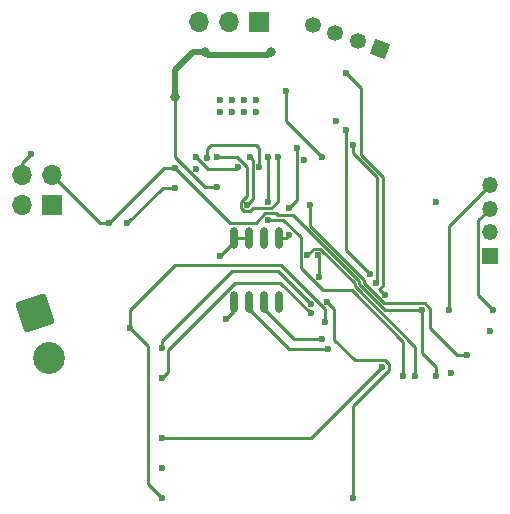
<source format=gbr>
%TF.GenerationSoftware,KiCad,Pcbnew,8.0.4*%
%TF.CreationDate,2025-06-19T10:42:22-04:00*%
%TF.ProjectId,foc_pcb,666f635f-7063-4622-9e6b-696361645f70,2.0*%
%TF.SameCoordinates,Original*%
%TF.FileFunction,Copper,L4,Bot*%
%TF.FilePolarity,Positive*%
%FSLAX46Y46*%
G04 Gerber Fmt 4.6, Leading zero omitted, Abs format (unit mm)*
G04 Created by KiCad (PCBNEW 8.0.4) date 2025-06-19 10:42:22*
%MOMM*%
%LPD*%
G01*
G04 APERTURE LIST*
G04 Aperture macros list*
%AMRoundRect*
0 Rectangle with rounded corners*
0 $1 Rounding radius*
0 $2 $3 $4 $5 $6 $7 $8 $9 X,Y pos of 4 corners*
0 Add a 4 corners polygon primitive as box body*
4,1,4,$2,$3,$4,$5,$6,$7,$8,$9,$2,$3,0*
0 Add four circle primitives for the rounded corners*
1,1,$1+$1,$2,$3*
1,1,$1+$1,$4,$5*
1,1,$1+$1,$6,$7*
1,1,$1+$1,$8,$9*
0 Add four rect primitives between the rounded corners*
20,1,$1+$1,$2,$3,$4,$5,0*
20,1,$1+$1,$4,$5,$6,$7,0*
20,1,$1+$1,$6,$7,$8,$9,0*
20,1,$1+$1,$8,$9,$2,$3,0*%
%AMHorizOval*
0 Thick line with rounded ends*
0 $1 width*
0 $2 $3 position (X,Y) of the first rounded end (center of the circle)*
0 $4 $5 position (X,Y) of the second rounded end (center of the circle)*
0 Add line between two ends*
20,1,$1,$2,$3,$4,$5,0*
0 Add two circle primitives to create the rounded ends*
1,1,$1,$2,$3*
1,1,$1,$4,$5*%
%AMRotRect*
0 Rectangle, with rotation*
0 The origin of the aperture is its center*
0 $1 length*
0 $2 width*
0 $3 Rotation angle, in degrees counterclockwise*
0 Add horizontal line*
21,1,$1,$2,0,0,$3*%
G04 Aperture macros list end*
%TA.AperFunction,ComponentPad*%
%ADD10RoundRect,0.250001X-1.386080X0.706243X-0.706243X-1.386080X1.386080X-0.706243X0.706243X1.386080X0*%
%TD*%
%TA.AperFunction,ComponentPad*%
%ADD11C,2.700000*%
%TD*%
%TA.AperFunction,ComponentPad*%
%ADD12R,1.700000X1.700000*%
%TD*%
%TA.AperFunction,ComponentPad*%
%ADD13O,1.700000X1.700000*%
%TD*%
%TA.AperFunction,ComponentPad*%
%ADD14R,1.350000X1.350000*%
%TD*%
%TA.AperFunction,ComponentPad*%
%ADD15O,1.350000X1.350000*%
%TD*%
%TA.AperFunction,ComponentPad*%
%ADD16RotRect,1.350000X1.350000X250.000000*%
%TD*%
%TA.AperFunction,ComponentPad*%
%ADD17HorizOval,1.350000X0.000000X0.000000X0.000000X0.000000X0*%
%TD*%
%TA.AperFunction,SMDPad,CuDef*%
%ADD18O,0.630000X1.865000*%
%TD*%
%TA.AperFunction,ViaPad*%
%ADD19C,0.600000*%
%TD*%
%TA.AperFunction,ViaPad*%
%ADD20C,0.800000*%
%TD*%
%TA.AperFunction,Conductor*%
%ADD21C,0.250000*%
%TD*%
%TA.AperFunction,Conductor*%
%ADD22C,0.525000*%
%TD*%
G04 APERTURE END LIST*
D10*
%TO.P,J2,1,Pin_1*%
%TO.N,GND*%
X293162292Y-154983815D03*
D11*
%TO.P,J2,2,Pin_2*%
%TO.N,VCC*%
X294386000Y-158750000D03*
%TD*%
D12*
%TO.P,J1,1,Pin_1*%
%TO.N,/out1*%
X312166000Y-130302000D03*
D13*
%TO.P,J1,2,Pin_2*%
%TO.N,/out2*%
X309626001Y-130302000D03*
%TO.P,J1,3,Pin_3*%
%TO.N,/out3*%
X307086001Y-130302000D03*
%TD*%
D14*
%TO.P,J4,1,Pin_1*%
%TO.N,GND*%
X331724000Y-150114000D03*
D15*
%TO.P,J4,2,Pin_2*%
%TO.N,+3.3V*%
X331724000Y-148113999D03*
%TO.P,J4,3,Pin_3*%
%TO.N,/sda*%
X331724000Y-146114000D03*
%TO.P,J4,4,Pin_4*%
%TO.N,/scl*%
X331724000Y-144114000D03*
%TD*%
D16*
%TO.P,J5,1,Pin_1*%
%TO.N,GND*%
X322376156Y-132608121D03*
D17*
%TO.P,J5,2,Pin_2*%
%TO.N,unconnected-(J5-Pin_2-Pad2)*%
X320496771Y-131924081D03*
%TO.P,J5,3,Pin_3*%
%TO.N,/esp_sda*%
X318617386Y-131240039D03*
%TO.P,J5,4,Pin_4*%
%TO.N,/esp_scl*%
X316738000Y-130556000D03*
%TD*%
D12*
%TO.P,J3,1,Pin_1*%
%TO.N,GND*%
X294640000Y-145796000D03*
D13*
%TO.P,J3,2,Pin_2*%
X292100000Y-145796000D03*
%TO.P,J3,3,Pin_3*%
%TO.N,+5V*%
X294640000Y-143256000D03*
%TO.P,J3,4,Pin_4*%
%TO.N,+3.3V*%
X292100000Y-143256000D03*
%TD*%
D18*
%TO.P,U2,1,VDD*%
%TO.N,+3.3V*%
X310035034Y-148624145D03*
%TO.P,U2,2,MODE*%
X311305034Y-148624145D03*
%TO.P,U2,3,OUT*%
%TO.N,/analog_out*%
X312575034Y-148624145D03*
%TO.P,U2,4,GND*%
%TO.N,GND*%
X313845034Y-148624145D03*
%TO.P,U2,5,PUSH*%
%TO.N,unconnected-(U2-PUSH-Pad5)*%
X313845034Y-153989145D03*
%TO.P,U2,6,A*%
%TO.N,/sda*%
X312575034Y-153989145D03*
%TO.P,U2,7,B*%
%TO.N,/scl*%
X311305034Y-153989145D03*
%TO.P,U2,8,Z*%
%TO.N,+3.3V*%
X310035034Y-153989145D03*
%TD*%
D19*
%TO.N,GND*%
X331724000Y-156464000D03*
X315976000Y-141986000D03*
X311912000Y-136906000D03*
X308864000Y-137922000D03*
X310896000Y-136906000D03*
X306832000Y-142748000D03*
X309880000Y-137922000D03*
X314706000Y-148336000D03*
X310896000Y-137922000D03*
X303910517Y-168089833D03*
X309880000Y-136906000D03*
X308864000Y-136906000D03*
X327152000Y-145542000D03*
X311912000Y-137922000D03*
%TO.N,+3.3V*%
X309372000Y-155448000D03*
X318707000Y-138684000D03*
X292862000Y-141478000D03*
X328422000Y-160020000D03*
X308864000Y-150114000D03*
D20*
%TO.N,VCC*%
X305054000Y-136652000D03*
X307594000Y-132842000D03*
D19*
X308610000Y-144272000D03*
D20*
X313182000Y-132842000D03*
D19*
%TO.N,Net-(U1-VCP)*%
X317500000Y-141732000D03*
X314452000Y-136144000D03*
%TO.N,+5V*%
X325936903Y-154686336D03*
X299466000Y-147320000D03*
X327152000Y-160274000D03*
X305054000Y-142685000D03*
%TO.N,/v3p3*%
X329783903Y-158496618D03*
X316484000Y-145796000D03*
%TO.N,Net-(JP2-A)*%
X303973727Y-170635947D03*
X317754000Y-155702000D03*
X301244000Y-156210000D03*
%TO.N,Net-(JP3-A)*%
X303910517Y-165549833D03*
X322580000Y-159512000D03*
%TO.N,/sda*%
X317453299Y-157155948D03*
X331978000Y-154686000D03*
%TO.N,/scl*%
X328242000Y-154686000D03*
X318008000Y-157988000D03*
%TO.N,/nSlp*%
X307722741Y-141842095D03*
X312166000Y-142635000D03*
%TO.N,/fault*%
X313732478Y-141744677D03*
X308560481Y-141785001D03*
%TO.N,/nRes*%
X306832000Y-141732000D03*
X310388000Y-142635000D03*
%TO.N,/esp_sda*%
X303910517Y-160469833D03*
X322072000Y-152400000D03*
X320084000Y-140716000D03*
X316528000Y-154978003D03*
%TO.N,/esp_scl*%
X321564000Y-151638000D03*
X316528000Y-154178000D03*
X303910517Y-157929833D03*
X319532000Y-139446000D03*
%TO.N,/en*%
X320075517Y-170629833D03*
X319532000Y-134620000D03*
X322834000Y-153416000D03*
X317921647Y-154010353D03*
%TO.N,/in1*%
X315377500Y-140970000D03*
X317111881Y-150074001D03*
X314706000Y-146050000D03*
X317246000Y-151892000D03*
%TO.N,/in2*%
X312928000Y-145542000D03*
X312928000Y-141732000D03*
X325374000Y-160274000D03*
X316239323Y-150074000D03*
%TO.N,/in3*%
X324358000Y-160274000D03*
X311404000Y-141732000D03*
X311150000Y-145796000D03*
X312928000Y-147066000D03*
%TO.N,Net-(VR1-ADJUSTMENT)*%
X305054000Y-144335000D03*
X300966000Y-147352000D03*
%TD*%
D21*
%TO.N,GND*%
X313845034Y-148624145D02*
X314417855Y-148624145D01*
X314417855Y-148624145D02*
X314706000Y-148336000D01*
%TO.N,+3.3V*%
X310035034Y-148624145D02*
X311305034Y-148624145D01*
X292100000Y-143256000D02*
X292100000Y-142240000D01*
X292100000Y-142240000D02*
X292862000Y-141478000D01*
X310035034Y-153989145D02*
X310035034Y-154784966D01*
X308864000Y-150114000D02*
X310035034Y-148942966D01*
X310035034Y-154784966D02*
X309372000Y-155448000D01*
X310035034Y-148942966D02*
X310035034Y-148624145D01*
%TO.N,VCC*%
X308610000Y-144272000D02*
X307575354Y-144272000D01*
D22*
X307594000Y-132842000D02*
X307848000Y-133096000D01*
X306578000Y-132842000D02*
X305054000Y-134366000D01*
X307848000Y-133096000D02*
X312928000Y-133096000D01*
D21*
X307575354Y-144272000D02*
X305054000Y-141750646D01*
D22*
X312928000Y-133096000D02*
X313182000Y-132842000D01*
D21*
X305054000Y-141750646D02*
X305054000Y-136652000D01*
D22*
X305054000Y-134366000D02*
X305054000Y-136652000D01*
X307594000Y-132842000D02*
X306578000Y-132842000D01*
D21*
%TO.N,Net-(U1-VCP)*%
X314452000Y-138684000D02*
X314452000Y-136144000D01*
X317500000Y-141732000D02*
X314452000Y-138684000D01*
%TO.N,+5V*%
X322790531Y-154686336D02*
X320635000Y-152530805D01*
X299466000Y-147320000D02*
X298704000Y-147320000D01*
X313576646Y-146514000D02*
X312699354Y-146514000D01*
X325936903Y-154686336D02*
X322790531Y-154686336D01*
X313751646Y-146689000D02*
X313576646Y-146514000D01*
X325936903Y-158315549D02*
X325936903Y-154686336D01*
X311893354Y-147320000D02*
X309689000Y-147320000D01*
X320635000Y-152530805D02*
X320635000Y-152283316D01*
X315040684Y-146689000D02*
X313751646Y-146689000D01*
X298704000Y-147320000D02*
X294640000Y-143256000D01*
X312699354Y-146514000D02*
X311893354Y-147320000D01*
X309689000Y-147320000D02*
X305054000Y-142685000D01*
X320635000Y-152283316D02*
X315040684Y-146689000D01*
X327152000Y-160274000D02*
X327152000Y-159530646D01*
X304101000Y-142685000D02*
X305054000Y-142685000D01*
X327152000Y-159530646D02*
X325936903Y-158315549D01*
X299466000Y-147320000D02*
X304101000Y-142685000D01*
%TO.N,/v3p3*%
X329783903Y-158496618D02*
X328930618Y-158496618D01*
X326165549Y-154134336D02*
X322771690Y-154134336D01*
X316484000Y-147599158D02*
X316484000Y-145796000D01*
X326644000Y-156210000D02*
X326644000Y-154612787D01*
X322771690Y-154134336D02*
X321012000Y-152374646D01*
X321012000Y-152374646D02*
X321012000Y-152127158D01*
X328930618Y-158496618D02*
X326644000Y-156210000D01*
X326644000Y-154612787D02*
X326165549Y-154134336D01*
X321012000Y-152127158D02*
X316484000Y-147599158D01*
%TO.N,Net-(JP2-A)*%
X317754000Y-155702000D02*
X317754000Y-154623354D01*
X314006646Y-150876000D02*
X305054000Y-150876000D01*
X305054000Y-150876000D02*
X301244000Y-154686000D01*
X317754000Y-154623354D02*
X314006646Y-150876000D01*
X301244000Y-154686000D02*
X301244000Y-156210000D01*
X303973727Y-170635947D02*
X302768000Y-169430220D01*
X302768000Y-157734000D02*
X301244000Y-156210000D01*
X302768000Y-169430220D02*
X302768000Y-157734000D01*
%TO.N,Net-(JP3-A)*%
X322580000Y-159512000D02*
X316542167Y-165549833D01*
X316542167Y-165549833D02*
X303910517Y-165549833D01*
%TO.N,/sda*%
X312575034Y-154606645D02*
X315124337Y-157155948D01*
X312575034Y-153989145D02*
X312575034Y-154606645D01*
X331724000Y-146114000D02*
X330724000Y-147114000D01*
X330724000Y-153432000D02*
X331978000Y-154686000D01*
X315124337Y-157155948D02*
X317453299Y-157155948D01*
X330724000Y-147114000D02*
X330724000Y-153432000D01*
%TO.N,/scl*%
X328242000Y-147596000D02*
X328242000Y-154686000D01*
X314686389Y-157988000D02*
X318008000Y-157988000D01*
X311305034Y-154606645D02*
X314686389Y-157988000D01*
X331724000Y-144114000D02*
X328242000Y-147596000D01*
X311305034Y-153989145D02*
X311305034Y-154606645D01*
%TO.N,/nSlp*%
X307722741Y-141095259D02*
X308102000Y-140716000D01*
X311912000Y-140716000D02*
X312166000Y-140970000D01*
X312166000Y-140970000D02*
X312166000Y-142635000D01*
X307722741Y-141842095D02*
X307722741Y-141095259D01*
X308102000Y-140716000D02*
X311912000Y-140716000D01*
%TO.N,/fault*%
X310598000Y-146024646D02*
X310598000Y-145567354D01*
X311150000Y-145015354D02*
X311150000Y-142616354D01*
X311632646Y-146094000D02*
X311378646Y-146348000D01*
X313732478Y-145518168D02*
X313156646Y-146094000D01*
X310318647Y-141785001D02*
X308560481Y-141785001D01*
X313732478Y-141744677D02*
X313732478Y-145518168D01*
X311378646Y-146348000D02*
X310921354Y-146348000D01*
X310921354Y-146348000D02*
X310598000Y-146024646D01*
X311150000Y-142616354D02*
X310318647Y-141785001D01*
X310598000Y-145567354D02*
X311150000Y-145015354D01*
X313156646Y-146094000D02*
X311632646Y-146094000D01*
%TO.N,/nRes*%
X306832000Y-141732000D02*
X307848000Y-142748000D01*
X310275000Y-142748000D02*
X310388000Y-142635000D01*
X307848000Y-142748000D02*
X310275000Y-142748000D01*
%TO.N,/esp_sda*%
X310134000Y-152400000D02*
X304462517Y-158071483D01*
X320084000Y-140716000D02*
X320084000Y-141434000D01*
X313949997Y-152400000D02*
X310134000Y-152400000D01*
X316528000Y-154978003D02*
X313949997Y-152400000D01*
X322116000Y-152356000D02*
X322072000Y-152400000D01*
X304462517Y-158071483D02*
X304462517Y-159917833D01*
X322116000Y-143466000D02*
X322116000Y-152356000D01*
X304462517Y-159917833D02*
X303910517Y-160469833D01*
X320084000Y-141434000D02*
X322116000Y-143466000D01*
%TO.N,/esp_scl*%
X303910517Y-157353483D02*
X303910517Y-157929833D01*
X319532000Y-139446000D02*
X319532000Y-149606000D01*
X319532000Y-149606000D02*
X321564000Y-151638000D01*
X309880000Y-151384000D02*
X303910517Y-157353483D01*
X316528000Y-154178000D02*
X313734000Y-151384000D01*
X313734000Y-151384000D02*
X309880000Y-151384000D01*
%TO.N,/en*%
X322624000Y-152628646D02*
X322624000Y-143440842D01*
X320250000Y-158960000D02*
X322808646Y-158960000D01*
X318516000Y-157226000D02*
X320250000Y-158960000D01*
X320075517Y-162797129D02*
X320075517Y-170629833D01*
X322834000Y-153416000D02*
X322335323Y-152917323D01*
X318516000Y-154604706D02*
X318516000Y-157226000D01*
X323132000Y-159740646D02*
X320075517Y-162797129D01*
X322624000Y-143440842D02*
X320802000Y-141618842D01*
X322335323Y-152917323D02*
X322624000Y-152628646D01*
X323132000Y-159283354D02*
X323132000Y-159740646D01*
X322808646Y-158960000D02*
X323132000Y-159283354D01*
X320802000Y-141618842D02*
X320802000Y-135890000D01*
X317921647Y-154010353D02*
X318516000Y-154604706D01*
X320802000Y-135890000D02*
X319532000Y-134620000D01*
%TO.N,/in1*%
X315377500Y-145378500D02*
X315377500Y-140970000D01*
X317246000Y-151892000D02*
X317246000Y-150208120D01*
X317246000Y-150208120D02*
X317111881Y-150074001D01*
X314706000Y-146050000D02*
X315377500Y-145378500D01*
%TO.N,/in2*%
X325374000Y-160274000D02*
X325374000Y-157802963D01*
X320258000Y-152439474D02*
X317340527Y-149522001D01*
X312928000Y-145542000D02*
X312928000Y-141732000D01*
X325374000Y-157802963D02*
X320258000Y-152686963D01*
X316791322Y-149522001D02*
X316239323Y-150074000D01*
X320258000Y-152686963D02*
X320258000Y-152439474D01*
X317340527Y-149522001D02*
X316791322Y-149522001D01*
%TO.N,/in3*%
X312928000Y-147066000D02*
X314216646Y-147066000D01*
X311614000Y-142406354D02*
X311658000Y-142362354D01*
X311658000Y-142907646D02*
X311614000Y-142863646D01*
X315687323Y-148536677D02*
X315687323Y-151113969D01*
X314216646Y-147066000D02*
X315687323Y-148536677D01*
X324358000Y-157372538D02*
X324358000Y-160274000D01*
X317607187Y-153033833D02*
X320019295Y-153033833D01*
X311614000Y-142863646D02*
X311614000Y-142406354D01*
X315687323Y-151113969D02*
X317607187Y-153033833D01*
X311150000Y-145796000D02*
X311658000Y-145288000D01*
X320019295Y-153033833D02*
X324358000Y-157372538D01*
X311658000Y-141986000D02*
X311404000Y-141732000D01*
X311658000Y-145288000D02*
X311658000Y-142907646D01*
X311658000Y-142362354D02*
X311658000Y-141986000D01*
%TO.N,Net-(VR1-ADJUSTMENT)*%
X303983000Y-144335000D02*
X300966000Y-147352000D01*
X305054000Y-144335000D02*
X303983000Y-144335000D01*
%TD*%
M02*

</source>
